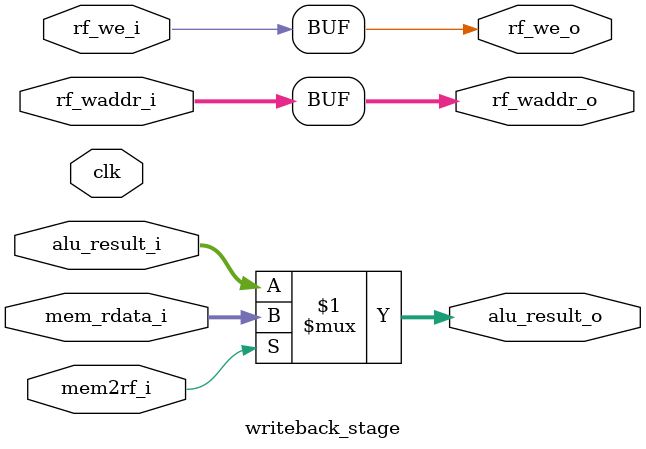
<source format=v>
module writeback_stage(
  input        clk,

  input        rf_we_i,
  input  [31:0]rf_waddr_i,
  input        mem2rf_i,
  input  [31:0]mem_rdata_i,
  input  [31:0]alu_result_i,

  output       rf_we_o,
  output [31:0]rf_waddr_o,
  output [31:0]alu_result_o
);

assign rf_we_o      = rf_we_i;
assign rf_waddr_o   = rf_waddr_i;
assign alu_result_o = mem2rf_i
                      ? mem_rdata_i
                      : alu_result_i;

endmodule


</source>
